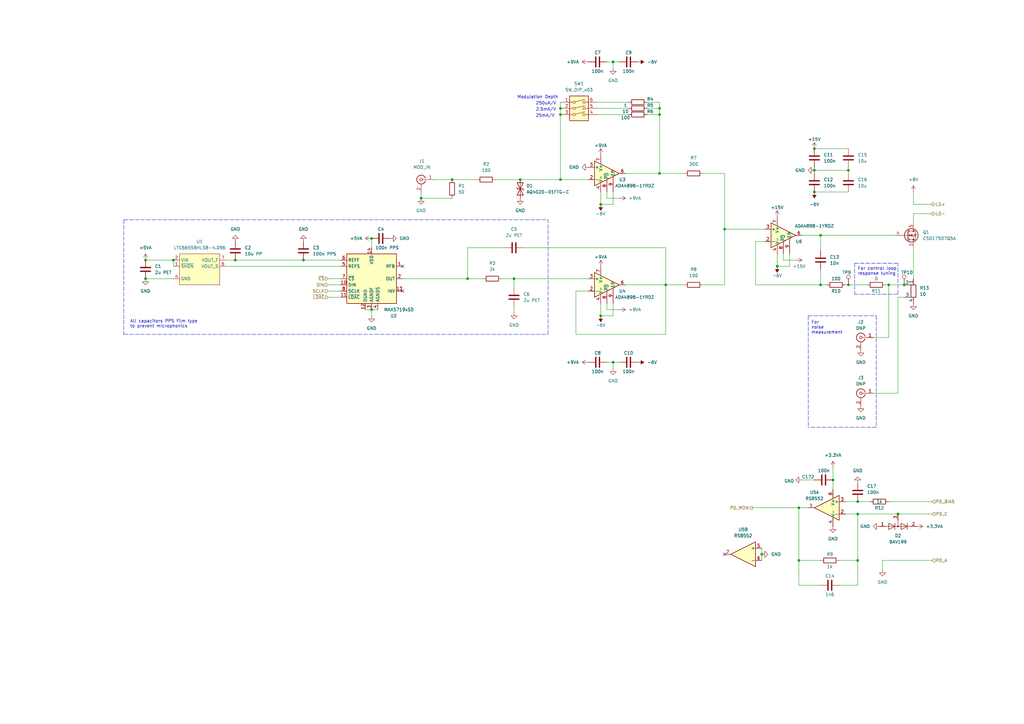
<source format=kicad_sch>
(kicad_sch (version 20211123) (generator eeschema)
  (paper "A3")
  (title_block (title "Kirdy") (date "2022-07-03") (rev "r0.1") (company "M-Labs") (comment 1 "Alex Wong Tat Hang"))
  (lib_symbols
    (symbol "Amplifier_Operational:ADA4898-1YRDZ" (pin_names (offset 0.127))
      (property "Reference" "U" (at 3.81 3.81 0))
      (property "Value" "ADA4898-1YRDZ" (at 11.43 -2.54 0))
      (symbol "ADA4898-1YRDZ_1_1"
        (polyline (pts (xy -5.08 5.08) (xy 5.08 0) (xy -5.08 -5.08) (xy -5.08 5.08)) (stroke (width 0.254)) (fill (type background)))
        (pin input line (at -7.62 -2.54 0) (length 2.54) (name "-") (number "2"))
        (pin input line (at -7.62 2.54 0) (length 2.54) (name "+") (number "3"))
        (pin power_in line (at -2.54 -7.62 90) (length 3.81) (name "V-") (number "4"))
        (pin output line (at 7.62 0 180) (length 2.54) (name "~") (number "6"))
        (pin power_in line (at -2.54 7.62 270) (length 3.81) (name "V+") (number "7"))
        (pin input line (at 0 -7.62 90) (length 5.08) (name "~{PD}") (number "8"))
        (pin passive line (at 2.54 -7.62 90) (length 6.35) (name "EP") (number "9"))
      )
    )
    (symbol "Analog_DAC:MAX5719xSD"
      (property "Reference" "U" (at -10.16 11.43 0))
      (property "Value" "MAX5719xSD" (at 1.27 11.43 0))
      (symbol "MAX5719xSD_0_1"
        (rectangle (start -10.16 10.16) (end 10.16 -10.16) (stroke (width 0.254)) (fill (type background)))
      )
      (symbol "MAX5719xSD_1_1"
        (pin passive line (at 12.7 5.08 180) (length 2.54) (name "RFB") (number "1"))
        (pin input line (at -12.7 -2.54 0) (length 2.54) (name "DIN") (number "10"))
        (pin input line (at -12.7 -7.62 0) (length 2.54) (name "~{LDAC}") (number "11"))
        (pin power_in line (at -2.54 -12.7 90) (length 2.54) (name "DGND") (number "12"))
        (pin passive line (at 12.7 -5.08 180) (length 2.54) (name "INV") (number "13"))
        (pin power_in line (at 0 12.7 270) (length 2.54) (name "VDD") (number "14"))
        (pin output line (at 12.7 0 180) (length 2.54) (name "OUT") (number "2"))
        (pin power_in line (at 0 -12.7 90) (length 2.54) (name "AGNDF") (number "3"))
        (pin power_in line (at 2.54 -12.7 90) (length 2.54) (name "AGNDS") (number "4"))
        (pin input line (at -12.7 5.08 0) (length 2.54) (name "REFS") (number "5"))
        (pin input line (at -12.7 7.62 0) (length 2.54) (name "REFF") (number "6"))
        (pin input line (at -12.7 0 0) (length 2.54) (name "~{CS}") (number "7"))
        (pin input line (at -12.7 -5.08 0) (length 2.54) (name "SCLK") (number "8"))
        (pin no_connect line (at 10.16 -7.62 180) (length 2.54) hide (name "NC") (number "9"))
      )
    )
    (symbol "Connector:Conn_Coaxial" (pin_names (offset 1.016) hide)
      (property "Reference" "J" (at 0.254 3.048 0))
      (property "Value" "Conn_Coaxial" (at 2.921 0 90))
      (symbol "Conn_Coaxial_0_1"
        (arc (start -1.778 -0.508) (mid 0.222 -1.808) (end 1.778 0) (stroke (width 0.254)))
        (polyline (pts (xy -2.54 0) (xy -0.508 0)))
        (polyline (pts (xy 0 -2.54) (xy 0 -1.778)))
        (circle (center 0 0) (radius 0.508) (stroke (width 0.2032)))
        (arc (start 1.778 0) (mid 0.222 1.8083) (end -1.778 0.508) (stroke (width 0.254)))
      )
      (symbol "Conn_Coaxial_1_1"
        (pin passive line (at -5.08 0 0) (length 2.54) (name "In") (number "1"))
        (pin passive line (at 0 -5.08 90) (length 2.54) (name "Ext") (number "2"))
      )
    )
    (symbol "Connector:TestPoint" (pin_numbers hide) (pin_names (offset 0.762) hide)
      (property "Reference" "TP" (at 0 6.858 0))
      (property "Value" "TestPoint" (at 0 5.08 0))
      (symbol "TestPoint_0_1"
        (circle (center 0 3.302) (radius 0.762))
      )
      (symbol "TestPoint_1_1"
        (pin passive line (at 0 0 90) (length 2.54) (name "1") (number "1"))
      )
    )
    (symbol "Device:C" (pin_numbers hide) (pin_names (offset 0.254))
      (property "Reference" "C" (at 0.635 2.54 0))
      (property "Value" "C" (at 0.635 -2.54 0))
      (symbol "C_0_1"
        (polyline (pts (xy -2.032 -0.762) (xy 2.032 -0.762)) (stroke (width 0.508)))
        (polyline (pts (xy -2.032 0.762) (xy 2.032 0.762)) (stroke (width 0.508)))
      )
      (symbol "C_1_1"
        (pin passive line (at 0 3.81 270) (length 2.794) (name "~") (number "1"))
        (pin passive line (at 0 -3.81 90) (length 2.794) (name "~") (number "2"))
      )
    )
    (symbol "Device:D_TVS" (pin_numbers hide) (pin_names (offset 1.016) hide)
      (property "Reference" "D" (at 0 2.54 0))
      (property "Value" "D_TVS" (at 0 -2.54 0))
      (symbol "D_TVS_0_1"
        (polyline (pts (xy 1.27 0) (xy -1.27 0)))
        (polyline (pts (xy 0.508 1.27) (xy 0 1.27) (xy 0 -1.27) (xy -0.508 -1.27)) (stroke (width 0.254)))
        (polyline (pts (xy -2.54 1.27) (xy -2.54 -1.27) (xy 2.54 1.27) (xy 2.54 -1.27) (xy -2.54 1.27)) (stroke (width 0.254)))
      )
      (symbol "D_TVS_1_1"
        (pin passive line (at -3.81 0 0) (length 2.54) (name "A1") (number "1"))
        (pin passive line (at 3.81 0 180) (length 2.54) (name "A2") (number "2"))
      )
    )
    (symbol "Device:R" (pin_numbers hide) (pin_names (offset 0))
      (property "Reference" "R" (at 2.032 0 90))
      (property "Value" "R" (at 0 0 90))
      (symbol "R_0_1"
        (rectangle (start -1.016 -2.54) (end 1.016 2.54) (stroke (width 0.254)))
      )
      (symbol "R_1_1"
        (pin passive line (at 0 3.81 270) (length 1.27) (name "~") (number "1"))
        (pin passive line (at 0 -3.81 90) (length 1.27) (name "~") (number "2"))
      )
    )
    (symbol "Device:R_Shunt" (pin_numbers hide) (pin_names (offset 0))
      (property "Reference" "R" (at -4.445 0 90))
      (property "Value" "R_Shunt" (at -2.54 0 90))
      (symbol "R_Shunt_0_1"
        (rectangle (start -1.016 -2.54) (end 1.016 2.54) (stroke (width 0.254)))
        (polyline (pts (xy 0 -2.54) (xy 1.27 -2.54)))
        (polyline (pts (xy 1.27 2.54) (xy 0 2.54)))
      )
      (symbol "R_Shunt_1_1"
        (pin passive line (at 0 5.08 270) (length 2.54) (name "1") (number "1"))
        (pin passive line (at 3.81 2.54 180) (length 2.54) (name "2") (number "2"))
        (pin passive line (at 3.81 -2.54 180) (length 2.54) (name "3") (number "3"))
        (pin passive line (at 0 -5.08 90) (length 2.54) (name "4") (number "4"))
      )
    )
    (symbol "Diode:BAV99" (pin_names hide)
      (property "Reference" "D" (at 0 5.08 0))
      (property "Value" "BAV99" (at 0 2.54 0))
      (symbol "BAV99_0_1"
        (polyline (pts (xy -5.08 0) (xy 5.08 0)))
      )
      (symbol "BAV99_1_1"
        (polyline (pts (xy 0 0) (xy 0 -2.54)))
        (polyline (pts (xy -1.27 -1.27) (xy -1.27 1.27) (xy -1.27 1.27)) (stroke (width 0.2032)))
        (polyline (pts (xy 3.81 1.27) (xy 3.81 -1.27) (xy 3.81 -1.27)) (stroke (width 0.2032)))
        (polyline (pts (xy -3.81 1.27) (xy -1.27 0) (xy -3.81 -1.27) (xy -3.81 1.27) (xy -3.81 1.27) (xy -3.81 1.27)) (stroke (width 0.2032)))
        (polyline (pts (xy 1.27 1.27) (xy 3.81 0) (xy 1.27 -1.27) (xy 1.27 1.27) (xy 1.27 1.27) (xy 1.27 1.27)) (stroke (width 0.2032)))
        (circle (center 0 0) (radius 0.254) (fill (type outline)))
        (pin passive line (at -7.62 0 0) (length 2.54) (name "K") (number "1"))
        (pin passive line (at 7.62 0 180) (length 2.54) (name "A") (number "2"))
        (pin passive line (at 0 -5.08 90) (length 2.54) (name "K") (number "3"))
      )
    )
    (symbol "Switch:SW_DIP_x03" (pin_names (offset 0) hide)
      (property "Reference" "SW" (at 0 8.89 0))
      (property "Value" "SW_DIP_x03" (at 0 -3.81 0))
      (symbol "SW_DIP_x03_0_0"
        (circle (center -2.032 0) (radius 0.508))
        (circle (center -2.032 2.54) (radius 0.508))
        (circle (center -2.032 5.08) (radius 0.508))
        (polyline (pts (xy -1.524 0.127) (xy 2.3622 1.1684)))
        (polyline (pts (xy -1.524 2.667) (xy 2.3622 3.7084)))
        (polyline (pts (xy -1.524 5.207) (xy 2.3622 6.2484)))
        (circle (center 2.032 0) (radius 0.508))
        (circle (center 2.032 2.54) (radius 0.508))
        (circle (center 2.032 5.08) (radius 0.508))
      )
      (symbol "SW_DIP_x03_0_1"
        (rectangle (start -3.81 7.62) (end 3.81 -2.54) (stroke (width 0.254)) (fill (type background)))
      )
      (symbol "SW_DIP_x03_1_1"
        (pin passive line (at -7.62 5.08 0) (length 5.08) (name "~") (number "1"))
        (pin passive line (at -7.62 2.54 0) (length 5.08) (name "~") (number "2"))
        (pin passive line (at -7.62 0 0) (length 5.08) (name "~") (number "3"))
        (pin passive line (at 7.62 0 180) (length 5.08) (name "~") (number "4"))
        (pin passive line (at 7.62 2.54 180) (length 5.08) (name "~") (number "5"))
        (pin passive line (at 7.62 5.08 180) (length 5.08) (name "~") (number "6"))
      )
    )
    (symbol "Transistor_FET:CSD17507Q5A" (pin_names hide)
      (property "Reference" "Q" (at 5.08 1.905 0))
      (property "Value" "CSD17507Q5A" (at 5.08 0 0))
      (symbol "CSD17507Q5A_0_1"
        (polyline (pts (xy 0.254 0) (xy -2.54 0)))
        (polyline (pts (xy 0.254 1.905) (xy 0.254 -1.905)) (stroke (width 0.254)))
        (polyline (pts (xy 0.762 -1.27) (xy 0.762 -2.286)) (stroke (width 0.254)))
        (polyline (pts (xy 0.762 0.508) (xy 0.762 -0.508)) (stroke (width 0.254)))
        (polyline (pts (xy 0.762 2.286) (xy 0.762 1.27)) (stroke (width 0.254)))
        (polyline (pts (xy 2.54 2.54) (xy 2.54 1.778)))
        (polyline (pts (xy 2.54 -2.54) (xy 2.54 0) (xy 0.762 0)))
        (polyline (pts (xy 0.762 -1.778) (xy 3.302 -1.778) (xy 3.302 1.778) (xy 0.762 1.778)))
        (polyline (pts (xy 1.016 0) (xy 2.032 0.381) (xy 2.032 -0.381) (xy 1.016 0)) (fill (type outline)))
        (polyline (pts (xy 2.794 0.508) (xy 2.921 0.381) (xy 3.683 0.381) (xy 3.81 0.254)))
        (polyline (pts (xy 3.302 0.381) (xy 2.921 -0.254) (xy 3.683 -0.254) (xy 3.302 0.381)))
        (circle (center 1.651 0) (radius 2.794) (stroke (width 0.254)))
        (circle (center 2.54 -1.778) (radius 0.254) (fill (type outline)))
        (circle (center 2.54 1.778) (radius 0.254) (fill (type outline)))
      )
      (symbol "CSD17507Q5A_1_1"
        (pin passive line (at 2.54 -5.08 90) (length 2.54) (name "S") (number "1"))
        (pin passive line (at 2.54 -5.08 90) (length 2.54) hide (name "S") (number "2"))
        (pin passive line (at 2.54 -5.08 90) (length 2.54) hide (name "S") (number "3"))
        (pin passive line (at -5.08 0 0) (length 2.54) (name "G") (number "4"))
        (pin passive line (at 2.54 5.08 270) (length 2.54) (name "D") (number "5"))
      )
    )
    (symbol "kirdy:LTC6655"
      (property "Reference" "U" (at 0 -10.16 0))
      (property "Value" "LTC6655" (at 0 -7.62 0))
      (symbol "LTC6655_0_0"
        (pin input line (at -10.16 2.54 0) (length 2.54) (name "~{SHDN}") (number "1"))
        (pin power_in line (at -10.16 5.08 0) (length 2.54) (name "VIN") (number "2"))
        (pin power_in line (at -10.16 -2.54 0) (length 2.54) hide (name "GND") (number "3"))
        (pin power_in line (at -10.16 -2.54 0) (length 2.54) (name "GND") (number "4"))
        (pin power_in line (at -10.16 -2.54 0) (length 2.54) hide (name "GND") (number "5"))
        (pin passive line (at 11.43 2.54 180) (length 2.54) (name "VOUT_S") (number "6"))
        (pin output line (at 11.43 5.08 180) (length 2.54) (name "VOUT_F") (number "7"))
        (pin power_in line (at -10.16 -2.54 0) (length 2.54) hide (name "GND") (number "8"))
      )
      (symbol "LTC6655_0_1"
        (rectangle (start -7.62 7.62) (end 8.89 -5.08) (fill (type background)))
      )
    )
    (symbol "kirdy:RS8552" (pin_names (offset 0.127))
      (property "Reference" "U" (at 0 5.08 0))
      (property "Value" "RS8552" (at 0 -5.08 0))
      (symbol "RS8552_1_1"
        (polyline (pts (xy -5.08 5.08) (xy 5.08 0) (xy -5.08 -5.08) (xy -5.08 5.08)) (stroke (width 0.254)) (fill (type background)))
        (pin output line (at 7.62 0 180) (length 2.54) (name "~") (number "1"))
        (pin input line (at -7.62 -2.54 0) (length 2.54) (name "-") (number "2"))
        (pin input line (at -7.62 2.54 0) (length 2.54) (name "+") (number "3"))
      )
      (symbol "RS8552_2_1"
        (polyline (pts (xy -5.08 5.08) (xy 5.08 0) (xy -5.08 -5.08) (xy -5.08 5.08)) (stroke (width 0.254)) (fill (type background)))
        (pin input line (at -7.62 2.54 0) (length 2.54) (name "+") (number "5"))
        (pin input line (at -7.62 -2.54 0) (length 2.54) (name "-") (number "6"))
        (pin output line (at 7.62 0 180) (length 2.54) (name "~") (number "7"))
      )
      (symbol "RS8552_3_1"
        (pin power_in line (at -2.54 -7.62 90) (length 3.81) (name "V-") (number "4"))
        (pin power_in line (at -2.54 7.62 270) (length 3.81) (name "V+") (number "8"))
      )
    )
    (symbol "power:+15V" (power) (pin_names (offset 0))
      (property "Value" "+15V" (at 0 3.556 0))
      (symbol "+15V_0_1"
        (polyline (pts (xy -0.762 1.27) (xy 0 2.54)))
        (polyline (pts (xy 0 0) (xy 0 2.54)))
        (polyline (pts (xy 0 2.54) (xy 0.762 1.27)))
      )
      (symbol "+15V_1_1"
        (pin power_in line (at 0 0 90) (length 0) hide (name "+15V") (number "1"))
      )
    )
    (symbol "power:+3.3VA" (power) (pin_names (offset 0))
      (property "Value" "+3.3VA" (at 0 3.556 0))
      (symbol "+3.3VA_0_1"
        (polyline (pts (xy -0.762 1.27) (xy 0 2.54)))
        (polyline (pts (xy 0 0) (xy 0 2.54)))
        (polyline (pts (xy 0 2.54) (xy 0.762 1.27)))
      )
      (symbol "+3.3VA_1_1"
        (pin power_in line (at 0 0 90) (length 0) hide (name "+3.3VA") (number "1"))
      )
    )
    (symbol "power:+5VA" (power) (pin_names (offset 0))
      (property "Value" "+5VA" (at 0 3.556 0))
      (symbol "+5VA_0_1"
        (polyline (pts (xy -0.762 1.27) (xy 0 2.54)))
        (polyline (pts (xy 0 0) (xy 0 2.54)))
        (polyline (pts (xy 0 2.54) (xy 0.762 1.27)))
      )
      (symbol "+5VA_1_1"
        (pin power_in line (at 0 0 90) (length 0) hide (name "+5VA") (number "1"))
      )
    )
    (symbol "power:+8V" (power) (pin_names (offset 0))
      (property "Value" "+8V" (at 0 3.556 0))
      (symbol "+8V_0_1"
        (polyline (pts (xy -0.762 1.27) (xy 0 2.54)))
        (polyline (pts (xy 0 0) (xy 0 2.54)))
        (polyline (pts (xy 0 2.54) (xy 0.762 1.27)))
      )
      (symbol "+8V_1_1"
        (pin power_in line (at 0 0 90) (length 0) hide (name "+8V") (number "1"))
      )
    )
    (symbol "power:+9VA" (power) (pin_names (offset 0))
      (property "Value" "+9VA" (at 0 3.81 0))
      (symbol "+9VA_0_1"
        (polyline (pts (xy -0.762 1.27) (xy 0 2.54)))
        (polyline (pts (xy 0 0) (xy 0 2.54)))
        (polyline (pts (xy 0 2.54) (xy 0.762 1.27)))
      )
      (symbol "+9VA_1_1"
        (pin power_in line (at 0 0 90) (length 0) hide (name "+9VA") (number "1"))
      )
    )
    (symbol "power:-6V" (power) (pin_names (offset 0))
      (property "Value" "-6V" (at 0 3.81 0))
      (symbol "-6V_0_0"
        (pin power_in line (at 0 0 90) (length 0) hide (name "-6V") (number "1"))
      )
      (symbol "-6V_0_1"
        (polyline (pts (xy 0 0) (xy 0 1.27) (xy 0.762 1.27) (xy 0 2.54) (xy -0.762 1.27) (xy 0 1.27)) (fill (type outline)))
      )
    )
    (symbol "power:GND" (power) (pin_names (offset 0))
      (property "Value" "GND" (at 0 -3.81 0))
      (symbol "GND_0_1"
        (polyline (pts (xy 0 0) (xy 0 -1.27) (xy 1.27 -1.27) (xy 0 -2.54) (xy -1.27 -1.27) (xy 0 -1.27)))
      )
      (symbol "GND_1_1"
        (pin power_in line (at 0 0 270) (length 0) hide (name "GND") (number "1"))
      )
    )
  )
  (junction (at 229.87 46.99))
  (junction (at 270.51 71.12))
  (junction (at 318.77 109.22))
  (junction (at 229.87 44.45))
  (junction (at 370.84 116.84))
  (junction (at 334.01 69.85))
  (junction (at 351.79 205.74))
  (junction (at 152.4 97.79))
  (junction (at 336.55 96.52))
  (junction (at 347.98 116.84))
  (junction (at 251.46 25.4))
  (junction (at 213.36 73.66))
  (junction (at 351.79 229.87))
  (junction (at 364.49 116.84))
  (junction (at 251.46 148.59))
  (junction (at 334.01 60.96))
  (junction (at 185.42 73.66))
  (junction (at 246.38 129.54))
  (junction (at 273.05 116.84))
  (junction (at 246.38 83.82))
  (junction (at 336.55 116.84))
  (junction (at 191.77 114.3))
  (junction (at 327.66 208.28))
  (junction (at 312.42 227.33))
  (junction (at 351.79 210.82))
  (junction (at 210.82 114.3))
  (junction (at 96.52 106.68))
  (junction (at 347.98 69.85))
  (junction (at 71.12 106.68))
  (junction (at 334.01 78.74))
  (junction (at 270.51 46.99))
  (junction (at 124.46 106.68))
  (junction (at 368.3 210.82))
  (junction (at 59.69 114.3))
  (junction (at 327.66 229.87))
  (junction (at 341.63 196.85))
  (junction (at 152.4 127))
  (junction (at 270.51 44.45))
  (junction (at 172.72 81.28))
  (junction (at 59.69 106.68))
  (junction (at 229.87 73.66))
  (junction (at 297.18 93.98))
  (no_connect (at 165.1 119.38))
  (no_connect (at 297.18 227.33))
  (no_connect (at 165.1 109.22))
  (wire (pts (xy 210.82 125.73) (xy 210.82 128.27)))
  (wire (pts (xy 134.62 114.3) (xy 139.7 114.3)))
  (polyline (pts (xy 331.47 129.54) (xy 331.47 175.26)))
  (wire (pts (xy 308.61 208.28) (xy 327.66 208.28)))
  (wire (pts (xy 71.12 106.68) (xy 71.12 109.22)))
  (wire (pts (xy 172.72 81.28) (xy 185.42 81.28)))
  (wire (pts (xy 273.05 116.84) (xy 280.67 116.84)))
  (wire (pts (xy 368.3 210.82) (xy 382.27 210.82)))
  (wire (pts (xy 364.49 116.84) (xy 370.84 116.84)))
  (wire (pts (xy 344.17 229.87) (xy 351.79 229.87)))
  (wire (pts (xy 351.79 229.87) (xy 351.79 210.82)))
  (wire (pts (xy 334.01 69.85) (xy 334.01 71.12)))
  (wire (pts (xy 374.65 91.44) (xy 374.65 87.63)))
  (wire (pts (xy 214.63 101.6) (xy 273.05 101.6)))
  (wire (pts (xy 172.72 81.28) (xy 172.72 78.74)))
  (wire (pts (xy 336.55 96.52) (xy 336.55 102.87)))
  (wire (pts (xy 328.93 96.52) (xy 336.55 96.52)))
  (wire (pts (xy 248.92 127) (xy 254 127)))
  (wire (pts (xy 213.36 73.66) (xy 229.87 73.66)))
  (wire (pts (xy 288.29 116.84) (xy 297.18 116.84)))
  (wire (pts (xy 185.42 73.66) (xy 195.58 73.66)))
  (wire (pts (xy 347.98 116.84) (xy 355.6 116.84)))
  (wire (pts (xy 177.8 73.66) (xy 185.42 73.66)))
  (polyline (pts (xy 350.52 120.65) (xy 368.3 120.65)))
  (wire (pts (xy 134.62 119.38) (xy 139.7 119.38)))
  (wire (pts (xy 270.51 41.91) (xy 270.51 44.45)))
  (wire (pts (xy 270.51 46.99) (xy 270.51 71.12)))
  (wire (pts (xy 203.2 73.66) (xy 213.36 73.66)))
  (wire (pts (xy 358.14 138.43) (xy 364.49 138.43)))
  (wire (pts (xy 361.95 229.87) (xy 382.27 229.87)))
  (wire (pts (xy 368.3 161.29) (xy 358.14 161.29)))
  (wire (pts (xy 321.31 106.68) (xy 326.39 106.68)))
  (polyline (pts (xy 350.52 107.95) (xy 368.3 107.95)))
  (wire (pts (xy 368.3 121.92) (xy 368.3 161.29)))
  (wire (pts (xy 327.66 229.87) (xy 327.66 208.28)))
  (wire (pts (xy 96.52 106.68) (xy 124.46 106.68)))
  (wire (pts (xy 270.51 71.12) (xy 280.67 71.12)))
  (wire (pts (xy 251.46 25.4) (xy 251.46 27.94)))
  (wire (pts (xy 265.43 46.99) (xy 270.51 46.99)))
  (polyline (pts (xy 331.47 129.54) (xy 359.41 129.54)))
  (wire (pts (xy 210.82 114.3) (xy 241.3 114.3)))
  (wire (pts (xy 256.54 116.84) (xy 273.05 116.84)))
  (wire (pts (xy 205.74 114.3) (xy 210.82 114.3)))
  (wire (pts (xy 245.11 46.99) (xy 257.81 46.99)))
  (wire (pts (xy 273.05 137.16) (xy 273.05 116.84)))
  (wire (pts (xy 336.55 240.03) (xy 327.66 240.03)))
  (wire (pts (xy 374.65 87.63) (xy 382.27 87.63)))
  (wire (pts (xy 92.71 109.22) (xy 139.7 109.22)))
  (wire (pts (xy 347.98 69.85) (xy 334.01 69.85)))
  (wire (pts (xy 251.46 25.4) (xy 254 25.4)))
  (wire (pts (xy 236.22 119.38) (xy 236.22 137.16)))
  (wire (pts (xy 251.46 83.82) (xy 251.46 78.74)))
  (wire (pts (xy 246.38 78.74) (xy 246.38 83.82)))
  (wire (pts (xy 251.46 129.54) (xy 251.46 124.46)))
  (wire (pts (xy 191.77 101.6) (xy 191.77 114.3)))
  (wire (pts (xy 134.62 121.92) (xy 139.7 121.92)))
  (wire (pts (xy 207.01 101.6) (xy 191.77 101.6)))
  (polyline (pts (xy 50.8 90.17) (xy 224.79 90.17)))
  (wire (pts (xy 256.54 71.12) (xy 270.51 71.12)))
  (wire (pts (xy 265.43 41.91) (xy 270.51 41.91)))
  (wire (pts (xy 361.95 233.68) (xy 361.95 229.87)))
  (wire (pts (xy 251.46 148.59) (xy 254 148.59)))
  (wire (pts (xy 297.18 93.98) (xy 313.69 93.98)))
  (wire (pts (xy 248.92 78.74) (xy 248.92 81.28)))
  (wire (pts (xy 246.38 83.82) (xy 251.46 83.82)))
  (wire (pts (xy 248.92 148.59) (xy 251.46 148.59)))
  (wire (pts (xy 297.18 71.12) (xy 297.18 93.98)))
  (wire (pts (xy 318.77 109.22) (xy 323.85 109.22)))
  (wire (pts (xy 248.92 25.4) (xy 251.46 25.4)))
  (polyline (pts (xy 368.3 120.65) (xy 368.3 107.95)))
  (wire (pts (xy 368.3 121.92) (xy 370.84 121.92)))
  (wire (pts (xy 92.71 106.68) (xy 96.52 106.68)))
  (wire (pts (xy 364.49 138.43) (xy 364.49 116.84)))
  (wire (pts (xy 236.22 137.16) (xy 273.05 137.16)))
  (wire (pts (xy 346.71 116.84) (xy 347.98 116.84)))
  (wire (pts (xy 248.92 124.46) (xy 248.92 127)))
  (wire (pts (xy 165.1 114.3) (xy 191.77 114.3)))
  (wire (pts (xy 124.46 106.68) (xy 139.7 106.68)))
  (wire (pts (xy 364.49 205.74) (xy 382.27 205.74)))
  (wire (pts (xy 363.22 116.84) (xy 364.49 116.84)))
  (wire (pts (xy 288.29 71.12) (xy 297.18 71.12)))
  (wire (pts (xy 265.43 44.45) (xy 270.51 44.45)))
  (wire (pts (xy 59.69 106.68) (xy 71.12 106.68)))
  (wire (pts (xy 341.63 191.77) (xy 341.63 196.85)))
  (wire (pts (xy 59.69 114.3) (xy 71.12 114.3)))
  (wire (pts (xy 346.71 205.74) (xy 351.79 205.74)))
  (wire (pts (xy 229.87 41.91) (xy 229.87 44.45)))
  (wire (pts (xy 246.38 129.54) (xy 251.46 129.54)))
  (wire (pts (xy 318.77 104.14) (xy 318.77 109.22)))
  (wire (pts (xy 336.55 96.52) (xy 367.03 96.52)))
  (polyline (pts (xy 359.41 175.26) (xy 331.47 175.26)))
  (polyline (pts (xy 50.8 90.17) (xy 50.8 137.16)))
  (wire (pts (xy 309.88 116.84) (xy 309.88 99.06)))
  (wire (pts (xy 327.66 240.03) (xy 327.66 229.87)))
  (wire (pts (xy 152.4 97.79) (xy 152.4 101.6)))
  (wire (pts (xy 321.31 104.14) (xy 321.31 106.68)))
  (wire (pts (xy 327.66 229.87) (xy 336.55 229.87)))
  (polyline (pts (xy 350.52 107.95) (xy 350.52 120.65)))
  (wire (pts (xy 351.79 205.74) (xy 356.87 205.74)))
  (wire (pts (xy 312.42 224.79) (xy 312.42 227.33)))
  (wire (pts (xy 374.65 83.82) (xy 382.27 83.82)))
  (wire (pts (xy 336.55 116.84) (xy 309.88 116.84)))
  (wire (pts (xy 297.18 116.84) (xy 297.18 93.98)))
  (polyline (pts (xy 359.41 129.54) (xy 359.41 175.26)))
  (wire (pts (xy 229.87 44.45) (xy 229.87 46.99)))
  (wire (pts (xy 149.86 127) (xy 152.4 127)))
  (wire (pts (xy 312.42 227.33) (xy 312.42 229.87)))
  (wire (pts (xy 191.77 114.3) (xy 198.12 114.3)))
  (wire (pts (xy 248.92 81.28) (xy 254 81.28)))
  (polyline (pts (xy 50.8 137.16) (xy 224.79 137.16)))
  (wire (pts (xy 328.93 196.85) (xy 334.01 196.85)))
  (wire (pts (xy 344.17 240.03) (xy 351.79 240.03)))
  (wire (pts (xy 246.38 124.46) (xy 246.38 129.54)))
  (wire (pts (xy 341.63 196.85) (xy 341.63 200.66)))
  (wire (pts (xy 346.71 210.82) (xy 351.79 210.82)))
  (wire (pts (xy 351.79 240.03) (xy 351.79 229.87)))
  (wire (pts (xy 229.87 46.99) (xy 229.87 73.66)))
  (wire (pts (xy 245.11 44.45) (xy 257.81 44.45)))
  (wire (pts (xy 327.66 208.28) (xy 331.47 208.28)))
  (wire (pts (xy 347.98 68.58) (xy 347.98 69.85)))
  (wire (pts (xy 374.65 78.74) (xy 374.65 83.82)))
  (wire (pts (xy 134.62 116.84) (xy 139.7 116.84)))
  (wire (pts (xy 152.4 127) (xy 152.4 129.54)))
  (wire (pts (xy 273.05 101.6) (xy 273.05 116.84)))
  (wire (pts (xy 347.98 69.85) (xy 347.98 71.12)))
  (wire (pts (xy 210.82 114.3) (xy 210.82 118.11)))
  (wire (pts (xy 241.3 119.38) (xy 236.22 119.38)))
  (wire (pts (xy 334.01 68.58) (xy 334.01 69.85)))
  (wire (pts (xy 334.01 60.96) (xy 347.98 60.96)))
  (wire (pts (xy 351.79 210.82) (xy 368.3 210.82)))
  (wire (pts (xy 336.55 116.84) (xy 339.09 116.84)))
  (wire (pts (xy 334.01 78.74) (xy 347.98 78.74)))
  (wire (pts (xy 374.65 101.6) (xy 374.65 114.3)))
  (wire (pts (xy 323.85 109.22) (xy 323.85 104.14)))
  (wire (pts (xy 229.87 73.66) (xy 241.3 73.66)))
  (wire (pts (xy 336.55 110.49) (xy 336.55 116.84)))
  (wire (pts (xy 251.46 148.59) (xy 251.46 151.13)))
  (polyline (pts (xy 224.79 137.16) (xy 224.79 90.17)))
  (wire (pts (xy 245.11 41.91) (xy 257.81 41.91)))
  (wire (pts (xy 270.51 44.45) (xy 270.51 46.99)))
  (wire (pts (xy 152.4 127) (xy 154.94 127)))
  (wire (pts (xy 309.88 99.06) (xy 313.69 99.06)))
  (text "250uA/V" (at 219.71 43.18 0) (effects (font (size 1.27 1.27)) (justify left bottom)))
  (text "All capacitors PPS film type\nto prevent microphonics " (at 53.34 134.62 0) (effects (font (size 1.27 1.27)) (justify left bottom)))
  (text "For\nnoise\nmeasurement" (at 332.74 137.16 0) (effects (font (size 1.27 1.27)) (justify left bottom)))
  (text "2.5mA/V" (at 219.71 45.72 0) (effects (font (size 1.27 1.27)) (justify left bottom)))
  (text "For control loop\nresponse tuning" (at 351.79 113.03 0) (effects (font (size 1.27 1.27)) (justify left bottom)))
  (text "25mA/V" (at 219.71 48.26 0) (effects (font (size 1.27 1.27)) (justify left bottom)))
  (text "Modulation Depth" (at 212.09 40.64 0) (effects (font (size 1.27 1.27)) (justify left bottom)))
  (hierarchical_label "~{LDAC}" (shape input) (at 134.62 121.92 180))
  (hierarchical_label "PD_BIAS" (shape input) (at 382.27 205.74 0))
  (hierarchical_label "LD+" (shape output) (at 382.27 83.82 0))
  (hierarchical_label "SCLK" (shape input) (at 134.62 119.38 180))
  (hierarchical_label "PD_MON" (shape output) (at 308.61 208.28 180))
  (hierarchical_label "PD_C" (shape input) (at 382.27 210.82 0))
  (hierarchical_label "PD_A" (shape input) (at 382.27 229.87 0))
  (hierarchical_label "DIN" (shape input) (at 134.62 116.84 180))
  (hierarchical_label "LD-" (shape output) (at 382.27 87.63 0))
  (hierarchical_label "~{CS}" (shape input) (at 134.62 114.3 180))
  (symbol (lib_id "Connector:TestPoint") (at 370.84 116.84 0) (unit 1)
    (property "Reference" "TP10" (at 369.57 111.76 0) (effects (justify left)))
    (property "Value" "TestPoint" (effects hide))
    (property "Footprint" "TestPoint:TestPoint_Pad_2.0x2.0mm" (effects hide))
  )
  (symbol (lib_id "Device:R") (at 261.62 46.99 90) (unit 1)
    (property "Reference" "R6" (at 266.7 45.72 90))
    (property "Value" "100" (at 256.54 48.26 90))
    (property "Footprint" "Resistor_SMD:R_0603_1608Metric" (effects hide))
    (property "MFR_PN" "WR06X1000FTL" (effects hide))
    (property "MFR_PN_ALT" "RMCF0603FT100R" (effects hide))
  )
  (symbol (lib_id "Device:C") (at 351.79 201.93 0) (unit 1)
    (property "Reference" "C17" (at 355.6 199.39 0) (effects (justify left)))
    (property "Value" "100n" (at 355.6 201.93 0) (effects (justify left)))
    (property "Footprint" "Capacitor_SMD:C_0603_1608Metric" (effects hide))
    (property "MFR_PN" "CL10B104KB8NNWC" (effects hide))
    (property "MFR_PN_ALT" "CL10B104KB8NNNL" (effects hide))
  )
  (symbol (lib_id "Diode:BAV99") (at 368.3 215.9 0) (mirror x) (unit 1)
    (property "Reference" "D2" (at 368.3 219.71 0))
    (property "Value" "BAV199" (at 368.3 222.25 0))
    (property "Footprint" "Package_TO_SOT_SMD:SOT-23" (effects hide))
    (property "Datasheet" "https://assets.nexperia.com/documents/data-sheet/BAV99_SER.pdf" (effects hide))
    (property "MFR_PN" "BAV199W-7" (effects hide))
    (property "MFR_PN_ALT" "BAV199E6327HTSA1" (effects hide))
  )
  (symbol (lib_id "power:GND") (at 328.93 196.85 270) (unit 1)
    (property "Reference" "#PWR0162" (effects hide))
    (property "Value" "GND" (at 325.7551 197.2838 90) (effects (justify right)))
  )
  (symbol (lib_id "power:GND") (at 360.68 215.9 270) (unit 1)
    (property "Reference" "#PWR036" (effects hide))
    (property "Value" "GND" (at 356.87 215.8999 90) (effects (justify right)))
  )
  (symbol (lib_id "Connector:Conn_Coaxial") (at 353.06 161.29 0) (mirror y) (unit 1)
    (property "Reference" "J3" (at 353.06 154.94 0))
    (property "Value" "DNP" (at 353.06 157.48 0))
    (property "Footprint" "Connector_Coaxial:U.FL_Hirose_U.FL-R-SMT-1_Vertical" (effects hide))
    (property "Datasheet" " ~" (effects hide))
    (property "MFR_PN" "U.FL-R-SMT-1(01)" (effects hide))
    (property "MFR_PN_ALT" "U.FL-R-SMT(10)" (effects hide))
  )
  (symbol (lib_id "power:-6V") (at 261.62 25.4 270) (unit 1)
    (property "Reference" "#PWR022" (effects hide))
    (property "Value" "-6V" (at 265.43 25.3999 90) (effects (justify left)))
  )
  (symbol (lib_id "Device:C") (at 210.82 101.6 90) (unit 1)
    (property "Reference" "C5" (at 210.82 93.98 90))
    (property "Value" "2u PET" (at 210.82 96.52 90))
    (property "Footprint" "Capacitor_SMD:C_1812_4532Metric" (effects hide))
    (property "MFR_PN" "35MU225MC14532" (effects hide))
  )
  (symbol (lib_id "power:+15V") (at 334.01 60.96 0) (unit 1)
    (property "Reference" "#PWR028" (effects hide))
    (property "Value" "+15V" (at 334.01 57.15 0))
  )
  (symbol (lib_id "Device:R") (at 359.41 116.84 90) (unit 1)
    (property "Reference" "R11" (at 359.41 119.38 90))
    (property "Value" "0" (at 359.41 114.3 90))
    (property "Footprint" "Resistor_SMD:R_0603_1608Metric" (effects hide))
    (property "MFR_PN" "RMCF0603ZT0R00" (effects hide))
    (property "MFR_PN_ALT" "CR0603-J/-000ELF" (effects hide))
  )
  (symbol (lib_id "power:-6V") (at 261.62 148.59 270) (unit 1)
    (property "Reference" "#PWR023" (effects hide))
    (property "Value" "-6V" (at 265.43 148.5899 90) (effects (justify left)))
  )
  (symbol (lib_id "Device:C") (at 257.81 25.4 90) (unit 1)
    (property "Reference" "C9" (at 257.81 21.59 90))
    (property "Value" "100n" (at 257.81 29.21 90))
    (property "Footprint" "Capacitor_SMD:C_0603_1608Metric" (effects hide))
    (property "MFR_PN" "CL10B104KB8NNWC" (effects hide))
    (property "MFR_PN_ALT" "CL10B104KB8NNNL" (effects hide))
  )
  (symbol (lib_id "power:GND") (at 351.79 198.12 180) (unit 1)
    (property "Reference" "#PWR033" (effects hide))
    (property "Value" "GND" (at 351.79 193.04 0))
  )
  (symbol (lib_id "power:+5VA") (at 59.69 106.68 0) (unit 1)
    (property "Reference" "#PWR01" (effects hide))
    (property "Value" "+5VA" (at 59.69 101.6 0))
  )
  (symbol (lib_id "Device:C") (at 347.98 74.93 0) (unit 1)
    (property "Reference" "C16" (at 351.79 73.6599 0) (effects (justify left)))
    (property "Value" "10u" (at 351.79 76.1999 0) (effects (justify left)))
    (property "Footprint" "Capacitor_SMD:C_0805_2012Metric" (effects hide))
    (property "MFR_PN" "CL21B106KOQNNNG" (effects hide))
    (property "MFR_PN_ALT" "CL21B106KOQNNNE" (effects hide))
  )
  (symbol (lib_id "Device:C") (at 96.52 102.87 0) (unit 1)
    (property "Reference" "C2" (at 100.33 101.5999 0) (effects (justify left)))
    (property "Value" "10u PP" (at 100.33 104.1399 0) (effects (justify left)))
    (property "Footprint" "Capacitor_SMD:C_1812_4532Metric" (effects hide))
    (property "MFR_PN" "16MU106MC44532" (effects hide))
  )
  (symbol (lib_id "Connector:TestPoint") (at 347.98 116.84 0) (unit 1)
    (property "Reference" "TP9" (at 345.44 111.76 0) (effects (justify left)))
    (property "Value" "TestPoint" (effects hide))
    (property "Footprint" "TestPoint:TestPoint_Pad_2.0x2.0mm" (effects hide))
  )
  (symbol (lib_id "Device:R") (at 342.9 116.84 90) (unit 1)
    (property "Reference" "R10" (at 342.9 119.38 90))
    (property "Value" "100" (at 342.9 114.3 90))
    (property "Footprint" "Resistor_SMD:R_0603_1608Metric" (effects hide))
    (property "MFR_PN" "WR06X1000FTL" (effects hide))
    (property "MFR_PN_ALT" "RMCF0603FT100R" (effects hide))
  )
  (symbol (lib_id "power:GND") (at 152.4 129.54 0) (unit 1)
    (property "Reference" "#PWR06" (effects hide))
    (property "Value" "GND" (at 152.4 134.62 0))
  )
  (symbol (lib_id "Amplifier_Operational:ADA4898-1YRDZ") (at 321.31 96.52 0) (unit 1)
    (property "Reference" "U6" (at 327.66 99.06 0))
    (property "Value" "ADA4898-1YRDZ" (at 334.01 92.71 0))
    (property "Footprint" "Package_SO:SOIC-8-1EP_3.9x4.9mm_P1.27mm_EP2.29x3mm" (effects hide))
    (property "Datasheet" "https://www.analog.com/media/en/technical-documentation/data-sheets/ada4898-1_4898-2.pdf" (effects hide))
    (property "MFR_PN" "ADA4898-1YRDZ" (effects hide))
  )
  (symbol (lib_id "Device:C") (at 336.55 106.68 0) (unit 1)
    (property "Reference" "C13" (at 340.36 105.4099 0) (effects (justify left)))
    (property "Value" "10n" (at 340.36 107.9499 0) (effects (justify left)))
    (property "Footprint" "Capacitor_SMD:C_0603_1608Metric" (effects hide))
    (property "MFR_PN" "0603B103K500CT" (effects hide))
    (property "MFR_PN_ALT" "CL10B103KB8NNNC" (effects hide))
  )
  (symbol (lib_id "Device:R") (at 284.48 116.84 90) (unit 1)
    (property "Reference" "R8" (at 284.48 110.49 90))
    (property "Value" "100" (at 284.48 113.03 90))
    (property "Footprint" "Resistor_SMD:R_0603_1608Metric" (effects hide))
    (property "MFR_PN" "RT0603FRE07300RL" (effects hide))
    (property "MFR_PN_ALT" "RC0603FR-10300RL" (effects hide))
  )
  (symbol (lib_id "power:GND") (at 160.02 97.79 90) (unit 1)
    (property "Reference" "#PWR07" (effects hide))
    (property "Value" "GND" (at 163.83 97.7899 90) (effects (justify right)))
  )
  (symbol (lib_id "power:GND") (at 59.69 114.3 0) (unit 1)
    (property "Reference" "#PWR02" (effects hide))
    (property "Value" "GND" (at 59.69 119.38 0))
  )
  (symbol (lib_id "kirdy:RS8552") (at 304.8 227.33 0) (mirror y) (unit 2)
    (property "Reference" "U5" (at 304.8 217.17 0))
    (property "Value" "RS8552" (at 304.8 219.71 0))
    (property "Footprint" "Package_SO:SOIC-8_3.9x4.9mm_P1.27mm" (effects hide))
    (property "Datasheet" "https://datasheet.lcsc.com/lcsc/2010160333_Jiangsu-RUNIC-Tech-RS8554XP_C236997.pdf" (effects hide))
    (property "MFR_PN" "RS8552XK" (effects hide))
  )
  (symbol (lib_id "kirdy:RS8552") (at 339.09 208.28 0) (mirror y) (unit 1)
    (property "Reference" "U5" (at 334.01 201.93 0))
    (property "Value" "RS8552" (at 334.01 204.47 0))
    (property "Footprint" "Package_SO:SOIC-8_3.9x4.9mm_P1.27mm" (effects hide))
    (property "Datasheet" "https://datasheet.lcsc.com/lcsc/2010160333_Jiangsu-RUNIC-Tech-RS8554XP_C236997.pdf" (effects hide))
    (property "MFR_PN" "RS8552XK" (effects hide))
  )
  (symbol (lib_id "power:GND") (at 96.52 99.06 180) (unit 1)
    (property "Reference" "#PWR03" (effects hide))
    (property "Value" "GND" (at 96.52 93.98 0))
  )
  (symbol (lib_id "Device:C") (at 340.36 240.03 90) (unit 1)
    (property "Reference" "C14" (at 340.36 236.22 90))
    (property "Value" "1n6" (at 340.36 243.84 90))
    (property "Footprint" "Capacitor_SMD:C_0603_1608Metric" (effects hide))
    (property "MFR_PN" "GCM1885C1H162FA16D" (effects hide))
    (property "MFR_PN_ALT" "C0603C162J5GAC7867" (effects hide))
  )
  (symbol (lib_id "Device:R") (at 360.68 205.74 90) (unit 1)
    (property "Reference" "R12" (at 360.68 208.28 90))
    (property "Value" "1k" (at 360.68 205.74 90))
    (property "Footprint" "Resistor_SMD:R_0603_1608Metric" (effects hide))
    (property "MFR_PN" "RNCP0603FTD1K00" (effects hide))
    (property "MFR_PN_ALT" "WR06X1001FTL" (effects hide))
  )
  (symbol (lib_id "Switch:SW_DIP_x03") (at 237.49 46.99 0) (unit 1)
    (property "Reference" "SW1" (at 237.49 34.29 0))
    (property "Value" "SW_DIP_x03" (at 237.49 36.83 0))
    (property "Footprint" "Button_Switch_SMD:SW_DIP_SPSTx03_Slide_Omron_A6S-310x_W8.9mm_P2.54mm" (effects hide))
    (property "MFR_PN" "A6SN-3104" (effects hide))
    (property "MFR_PN_ALT" "A6S-3102" (effects hide))
  )
  (symbol (lib_id "Amplifier_Operational:ADA4898-1YRDZ") (at 248.92 116.84 0) (unit 1)
    (property "Reference" "U4" (at 255.27 119.38 0))
    (property "Value" "ADA4898-1YRDZ" (at 260.35 121.92 0))
    (property "Footprint" "Package_SO:SOIC-8-1EP_3.9x4.9mm_P1.27mm_EP2.29x3mm" (effects hide))
    (property "Datasheet" "https://www.analog.com/media/en/technical-documentation/data-sheets/ada4898-1_4898-2.pdf" (effects hide))
    (property "MFR_PN" "ADA4898-1YRDZ" (effects hide))
  )
  (symbol (lib_id "power:GND") (at 341.63 215.9 0) (unit 1)
    (property "Reference" "#PWR032" (effects hide))
    (property "Value" "GND" (at 341.63 220.98 0))
  )
  (symbol (lib_id "power:GND") (at 334.01 69.85 270) (unit 1)
    (property "Reference" "#PWR029" (effects hide))
    (property "Value" "GND" (at 330.2 69.8499 90) (effects (justify right)))
  )
  (symbol (lib_id "power:GND") (at 353.06 166.37 0) (unit 1)
    (property "Reference" "#PWR035" (effects hide))
    (property "Value" "GND" (at 353.06 171.45 0))
  )
  (symbol (lib_id "Device:C") (at 334.01 74.93 0) (unit 1)
    (property "Reference" "C12" (at 337.82 73.6599 0) (effects (justify left)))
    (property "Value" "100n" (at 337.82 76.1999 0) (effects (justify left)))
    (property "Footprint" "Capacitor_SMD:C_0603_1608Metric" (effects hide))
    (property "MFR_PN" "CL10B104KB8NNWC" (effects hide))
    (property "MFR_PN_ALT" "CL10B104KB8NNNL" (effects hide))
  )
  (symbol (lib_id "power:GND") (at 210.82 128.27 0) (unit 1)
    (property "Reference" "#PWR09" (effects hide))
    (property "Value" "GND" (at 210.82 133.35 0))
  )
  (symbol (lib_id "Device:R") (at 201.93 114.3 90) (unit 1)
    (property "Reference" "R3" (at 201.93 107.95 90))
    (property "Value" "2k" (at 201.93 110.49 90))
    (property "Footprint" "Resistor_SMD:R_0603_1608Metric" (effects hide))
    (property "MFR_PN" "RC0603FR-072KL" (effects hide))
    (property "MFR_PN_ALT" "ERJ-3EKF2001V" (effects hide))
  )
  (symbol (lib_id "Device:C") (at 257.81 148.59 90) (unit 1)
    (property "Reference" "C10" (at 257.81 144.78 90))
    (property "Value" "100n" (at 257.81 152.4 90))
    (property "Footprint" "Capacitor_SMD:C_0603_1608Metric" (effects hide))
    (property "MFR_PN" "CL10B104KB8NNWC" (effects hide))
    (property "MFR_PN_ALT" "CL10B104KB8NNNL" (effects hide))
  )
  (symbol (lib_id "power:+9VA") (at 254 81.28 270) (unit 1)
    (property "Reference" "#PWR020" (effects hide))
    (property "Value" "+9VA" (at 257.81 81.2799 90) (effects (justify left)))
  )
  (symbol (lib_id "Device:R_Shunt") (at 374.65 119.38 0) (mirror y) (unit 1)
    (property "Reference" "R13" (at 377.19 118.1099 0) (effects (justify right)))
    (property "Value" "10" (at 377.19 120.6499 0) (effects (justify right)))
    (property "Footprint" "Resistor_SMD:R_Shunt_Ohmite_LVK20" (effects hide))
    (property "MFR_PN" "Y160610R0000D9W" (effects hide))
    (property "MFR_PN_ALT" "RC0603FR-10300RL" (effects hide))
  )
  (symbol (lib_id "kirdy:RS8552") (at 339.09 208.28 0) (mirror y) (unit 3)
    (property "Reference" "U5" (effects hide))
    (property "Value" "RS8552" (effects hide))
    (property "Footprint" "Package_SO:SOIC-8_3.9x4.9mm_P1.27mm" (effects hide))
    (property "Datasheet" "https://datasheet.lcsc.com/lcsc/2010160333_Jiangsu-RUNIC-Tech-RS8554XP_C236997.pdf" (effects hide))
    (property "MFR_PN" "RS8552XK" (effects hide))
  )
  (symbol (lib_id "power:-6V") (at 246.38 129.54 180) (unit 1)
    (property "Reference" "#PWR017" (effects hide))
    (property "Value" "-6V" (at 246.38 133.35 0))
  )
  (symbol (lib_id "power:GND") (at 241.3 68.58 270) (unit 1)
    (property "Reference" "#PWR012" (effects hide))
    (property "Value" "GND" (at 237.49 68.5799 90) (effects (justify right)))
  )
  (symbol (lib_id "power:+15V") (at 326.39 106.68 270) (unit 1)
    (property "Reference" "#PWR027" (effects hide))
    (property "Value" "+15V" (at 325.12 109.22 90) (effects (justify left)))
  )
  (symbol (lib_id "power:GND") (at 312.42 227.33 90) (unit 1)
    (property "Reference" "#PWR024" (effects hide))
    (property "Value" "GND" (at 316.23 227.3299 90) (effects (justify right)))
  )
  (symbol (lib_id "Device:C") (at 347.98 64.77 0) (unit 1)
    (property "Reference" "C15" (at 351.79 63.4999 0) (effects (justify left)))
    (property "Value" "10u" (at 351.79 66.0399 0) (effects (justify left)))
    (property "Footprint" "Capacitor_SMD:C_0805_2012Metric" (effects hide))
    (property "MFR_PN" "CL21B106KOQNNNG" (effects hide))
    (property "MFR_PN_ALT" "CL21B106KOQNNNE" (effects hide))
  )
  (symbol (lib_id "power:+9VA") (at 241.3 25.4 90) (unit 1)
    (property "Reference" "#PWR011" (effects hide))
    (property "Value" "+9VA" (at 237.49 25.3999 90) (effects (justify left)))
  )
  (symbol (lib_id "power:+3.3VA") (at 341.63 191.77 0) (unit 1)
    (property "Reference" "#PWR031" (effects hide))
    (property "Value" "+3.3VA" (at 341.63 186.69 0))
  )
  (symbol (lib_id "power:GND") (at 361.95 233.68 0) (unit 1)
    (property "Reference" "#PWR037" (effects hide))
    (property "Value" "GND" (at 361.95 238.76 0))
  )
  (symbol (lib_id "Device:C") (at 337.82 196.85 90) (unit 1)
    (property "Reference" "C172" (at 334.01 195.58 90) (effects (justify left)))
    (property "Value" "100n" (at 340.36 193.04 90) (effects (justify left)))
    (property "Footprint" "Capacitor_SMD:C_0603_1608Metric" (effects hide))
    (property "MFR_PN" "CL10B104KB8NNWC" (effects hide))
    (property "MFR_PN_ALT" "CL10B104KB8NNNL" (effects hide))
  )
  (symbol (lib_id "Device:R") (at 284.48 71.12 90) (unit 1)
    (property "Reference" "R7" (at 284.48 64.77 90))
    (property "Value" "300" (at 284.48 67.31 90))
    (property "Footprint" "Resistor_SMD:R_0603_1608Metric" (effects hide))
    (property "MFR_PN" "WR06X1000FTL" (effects hide))
    (property "MFR_PN_ALT" "RMCF0603FT100R" (effects hide))
  )
  (symbol (lib_id "power:+9VA") (at 241.3 148.59 90) (unit 1)
    (property "Reference" "#PWR013" (effects hide))
    (property "Value" "+9VA" (at 237.49 148.5899 90) (effects (justify left)))
  )
  (symbol (lib_id "Device:R") (at 185.42 77.47 0) (unit 1)
    (property "Reference" "R1" (at 187.96 76.1999 0) (effects (justify left)))
    (property "Value" "50" (at 187.96 78.7399 0) (effects (justify left)))
    (property "Footprint" "Resistor_SMD:R_0805_2012Metric" (effects hide))
    (property "MFR_PN" "ESR10EZPF49R9" (effects hide))
    (property "MFR_PN_ALT" "MCU0805PD4999DP500" (effects hide))
  )
  (symbol (lib_id "power:GND") (at 213.36 81.28 0) (unit 1)
    (property "Reference" "#PWR010" (effects hide))
    (property "Value" "GND" (at 213.36 86.36 0))
  )
  (symbol (lib_id "Device:R") (at 199.39 73.66 90) (unit 1)
    (property "Reference" "R2" (at 199.39 67.31 90))
    (property "Value" "100" (at 199.39 69.85 90))
    (property "Footprint" "Resistor_SMD:R_0603_1608Metric" (effects hide))
    (property "MFR_PN" "WR06X1000FTL" (effects hide))
    (property "MFR_PN_ALT" "RMCF0603FT100R" (effects hide))
  )
  (symbol (lib_id "power:+9VA") (at 254 127 270) (unit 1)
    (property "Reference" "#PWR021" (effects hide))
    (property "Value" "+9VA" (at 257.81 126.9999 90) (effects (justify left)))
  )
  (symbol (lib_id "power:GND") (at 374.65 124.46 0) (unit 1)
    (property "Reference" "#PWR039" (effects hide))
    (property "Value" "GND" (at 374.65 129.54 0))
  )
  (symbol (lib_id "power:+3.3VA") (at 375.92 215.9 270) (unit 1)
    (property "Reference" "#PWR040" (effects hide))
    (property "Value" "+3.3VA" (at 379.73 215.8999 90) (effects (justify left)))
  )
  (symbol (lib_id "Device:R") (at 261.62 41.91 90) (unit 1)
    (property "Reference" "R4" (at 266.7 40.64 90))
    (property "Value" "1" (at 256.54 43.18 90))
    (property "Footprint" "Resistor_SMD:R_0603_1608Metric" (effects hide))
    (property "MFR_PN" "ERJ-3RQF1R0V" (effects hide))
    (property "MFR_PN_ALT" "CRCW06031R00FKEAC" (effects hide))
  )
  (symbol (lib_id "Device:C") (at 59.69 110.49 0) (unit 1)
    (property "Reference" "C1" (at 63.5 109.2199 0) (effects (justify left)))
    (property "Value" "2u PET" (at 63.5 111.7599 0) (effects (justify left)))
    (property "Footprint" "Capacitor_SMD:C_1812_4532Metric" (effects hide))
    (property "MFR_PN" "35MU225MC14532" (effects hide))
  )
  (symbol (lib_id "power:+8V") (at 374.65 78.74 0) (unit 1)
    (property "Reference" "#PWR038" (effects hide))
    (property "Value" "+8V" (at 374.65 73.66 0))
  )
  (symbol (lib_id "power:GND") (at 251.46 151.13 0) (unit 1)
    (property "Reference" "#PWR019" (effects hide))
    (property "Value" "GND" (at 251.46 156.21 0))
  )
  (symbol (lib_id "Amplifier_Operational:ADA4898-1YRDZ") (at 248.92 71.12 0) (unit 1)
    (property "Reference" "U3" (at 255.27 73.66 0))
    (property "Value" "ADA4898-1YRDZ" (at 260.35 76.2 0))
    (property "Footprint" "Package_SO:SOIC-8-1EP_3.9x4.9mm_P1.27mm_EP2.29x3mm" (effects hide))
    (property "Datasheet" "https://www.analog.com/media/en/technical-documentation/data-sheets/ada4898-1_4898-2.pdf" (effects hide))
    (property "MFR_PN" "ADA4898-1YRDZ" (effects hide))
  )
  (symbol (lib_id "power:-6V") (at 246.38 83.82 180) (unit 1)
    (property "Reference" "#PWR015" (effects hide))
    (property "Value" "-6V" (at 246.38 87.63 0))
  )
  (symbol (lib_id "power:GND") (at 251.46 27.94 0) (unit 1)
    (property "Reference" "#PWR018" (effects hide))
    (property "Value" "GND" (at 251.46 33.02 0))
  )
  (symbol (lib_id "power:GND") (at 124.46 99.06 180) (unit 1)
    (property "Reference" "#PWR04" (effects hide))
    (property "Value" "GND" (at 124.46 93.98 0))
  )
  (symbol (lib_id "power:GND") (at 172.72 81.28 0) (unit 1)
    (property "Reference" "#PWR08" (effects hide))
    (property "Value" "GND" (at 172.72 86.36 0))
  )
  (symbol (lib_id "Device:C") (at 334.01 64.77 0) (unit 1)
    (property "Reference" "C11" (at 337.82 63.4999 0) (effects (justify left)))
    (property "Value" "100n" (at 337.82 66.0399 0) (effects (justify left)))
    (property "Footprint" "Capacitor_SMD:C_0603_1608Metric" (effects hide))
    (property "MFR_PN" "CL10B104KB8NNWC" (effects hide))
    (property "MFR_PN_ALT" "CL10B104KB8NNNL" (effects hide))
  )
  (symbol (lib_id "Device:C") (at 245.11 25.4 90) (unit 1)
    (property "Reference" "C7" (at 245.11 21.59 90))
    (property "Value" "100n" (at 245.11 29.21 90))
    (property "Footprint" "Capacitor_SMD:C_0603_1608Metric" (effects hide))
    (property "MFR_PN" "CL10B104KB8NNWC" (effects hide))
    (property "MFR_PN_ALT" "CL10B104KB8NNNL" (effects hide))
  )
  (symbol (lib_id "Transistor_FET:CSD17507Q5A") (at 372.11 96.52 0) (unit 1)
    (property "Reference" "Q1" (at 378.46 95.2499 0) (effects (justify left)))
    (property "Value" "CSD17507Q5A" (at 378.46 97.7899 0) (effects (justify left)))
    (property "Footprint" "Package_TO_SOT_SMD:TDSON-8-1" (effects hide))
    (property "Datasheet" "http://www.ti.com/lit/gpn/csd17507q5a" (effects hide))
    (property "MFR_PN" "CSD17507Q5A" (effects hide))
  )
  (symbol (lib_id "power:-6V") (at 318.77 109.22 180) (unit 1)
    (property "Reference" "#PWR026" (effects hide))
    (property "Value" "-6V" (at 318.77 113.03 0))
  )
  (symbol (lib_id "Connector:Conn_Coaxial") (at 353.06 138.43 0) (mirror y) (unit 1)
    (property "Reference" "J2" (at 353.06 132.08 0))
    (property "Value" "DNP" (at 353.06 134.62 0))
    (property "Footprint" "Connector_Coaxial:U.FL_Hirose_U.FL-R-SMT-1_Vertical" (effects hide))
    (property "Datasheet" " ~" (effects hide))
    (property "MFR_PN" "U.FL-R-SMT-1(01)" (effects hide))
    (property "MFR_PN_ALT" "U.FL-R-SMT(10)" (effects hide))
  )
  (symbol (lib_id "Device:R") (at 340.36 229.87 90) (unit 1)
    (property "Reference" "R9" (at 340.36 227.33 90))
    (property "Value" "1k" (at 340.36 232.41 90))
    (property "Footprint" "Resistor_SMD:R_0603_1608Metric" (effects hide))
    (property "MFR_PN" "RNCP0603FTD1K00" (effects hide))
    (property "MFR_PN_ALT" "WR06X1001FTL" (effects hide))
  )
  (symbol (lib_id "Device:C") (at 245.11 148.59 90) (unit 1)
    (property "Reference" "C8" (at 245.11 144.78 90))
    (property "Value" "100n" (at 245.11 152.4 90))
    (property "Footprint" "Capacitor_SMD:C_0603_1608Metric" (effects hide))
    (property "MFR_PN" "CL10B104KB8NNWC" (effects hide))
    (property "MFR_PN_ALT" "CL10B104KB8NNNL" (effects hide))
  )
  (symbol (lib_id "Device:R") (at 261.62 44.45 90) (unit 1)
    (property "Reference" "R5" (at 266.7 43.18 90))
    (property "Value" "10" (at 256.54 45.72 90))
    (property "Footprint" "Resistor_SMD:R_0603_1608Metric" (effects hide))
    (property "MFR_PN" "RT0603BRD0710RL" (effects hide))
    (property "MFR_PN_ALT" "WR06X10R0FTL" (effects hide))
  )
  (symbol (lib_id "power:-6V") (at 334.01 78.74 180) (unit 1)
    (property "Reference" "#PWR030" (effects hide))
    (property "Value" "-6V" (at 334.01 83.82 0))
  )
  (symbol (lib_id "Device:D_TVS") (at 213.36 77.47 90) (unit 1)
    (property "Reference" "D1" (at 215.9 76.1999 90) (effects (justify right)))
    (property "Value" "AQ4020-01FTG-C" (at 215.9 78.7399 90) (effects (justify right)))
    (property "Footprint" "Diode_SMD:D_SOD-323" (effects hide))
    (property "MFR_PN" "AQ4020-01FTG-C" (effects hide))
  )
  (symbol (lib_id "power:+9VA") (at 246.38 109.22 0) (unit 1)
    (property "Reference" "#PWR016" (effects hide))
    (property "Value" "+9VA" (at 246.38 105.41 0))
  )
  (symbol (lib_id "Device:C") (at 156.21 97.79 90) (unit 1)
    (property "Reference" "C4" (at 156.21 93.98 90))
    (property "Value" "100n PPS" (at 158.75 101.6 90))
    (property "Footprint" "Capacitor_SMD:C_1210_3225Metric" (effects hide))
    (property "MFR_PN" "ECH-U1C104JX5" (effects hide))
  )
  (symbol (lib_id "power:+9VA") (at 246.38 63.5 0) (unit 1)
    (property "Reference" "#PWR014" (effects hide))
    (property "Value" "+9VA" (at 246.38 59.69 0))
  )
  (symbol (lib_id "Device:C") (at 210.82 121.92 0) (unit 1)
    (property "Reference" "C6" (at 214.63 120.6499 0) (effects (justify left)))
    (property "Value" "2u PET" (at 214.63 123.1899 0) (effects (justify left)))
    (property "Footprint" "Capacitor_SMD:C_1812_4532Metric" (effects hide))
    (property "MFR_PN" "35MU225MC14532" (effects hide))
  )
  (symbol (lib_id "kirdy:LTC6655") (at 81.28 111.76 0) (unit 1)
    (property "Reference" "U1" (at 81.915 99.06 0))
    (property "Value" "LTC6655BHLS8-4.096" (at 81.915 101.6 0))
    (property "Footprint" "kirdy:LCC127P500X500X155-8N" (effects hide))
    (property "Datasheet" "https://www.analog.com/media/en/technical-documentation/data-sheets/ltc6655-6655ln.pdf" (effects hide))
    (property "MFR_PN" "LTC6655BHLS8-4.096" (effects hide))
  )
  (symbol (lib_id "power:GND") (at 353.06 143.51 0) (unit 1)
    (property "Reference" "#PWR034" (effects hide))
    (property "Value" "GND" (at 353.06 148.59 0))
  )
  (symbol (lib_id "Analog_DAC:MAX5719xSD") (at 152.4 114.3 0) (unit 1)
    (property "Reference" "U2" (at 160.02 129.54 0) (effects (justify left)))
    (property "Value" "MAX5719xSD" (at 157.48 127 0) (effects (justify left)))
    (property "Footprint" "Package_SO:SOIC-14_3.9x8.7mm_P1.27mm" (effects hide))
    (property "Datasheet" "https://datasheets.maximintegrated.com/en/ds/MAX5717-MAX5719.pdf" (effects hide))
    (property "MFR_PN" "MAX5719AGSD+" (effects hide))
    (property "MFR_PN_ALT" "MAX5719GSD+" (effects hide))
  )
  (symbol (lib_id "power:+15V") (at 318.77 88.9 0) (unit 1)
    (property "Reference" "#PWR025" (effects hide))
    (property "Value" "+15V" (at 318.77 85.09 0))
  )
  (symbol (lib_id "Device:C") (at 124.46 102.87 0) (unit 1)
    (property "Reference" "C3" (at 128.27 101.5999 0) (effects (justify left)))
    (property "Value" "100n PPS" (at 128.27 104.1399 0) (effects (justify left)))
    (property "Footprint" "Capacitor_SMD:C_1210_3225Metric" (effects hide))
    (property "MFR_PN" "ECH-U1C104JX5" (effects hide))
  )
  (symbol (lib_id "power:+5VA") (at 152.4 97.79 90) (unit 1)
    (property "Reference" "#PWR05" (effects hide))
    (property "Value" "+5VA" (at 143.51 97.79 90) (effects (justify right)))
  )
  (symbol (lib_id "Connector:Conn_Coaxial") (at 172.72 73.66 0) (mirror y) (unit 1)
    (property "Reference" "J1" (at 173.0374 66.04 0))
    (property "Value" "MOD_IN" (at 173.0374 68.58 0))
    (property "Footprint" "Connector_Coaxial:SMA_Amphenol_132203-12_Horizontal" (effects hide))
    (property "Datasheet" " ~" (effects hide))
    (property "MFR_PN" "132203-12" (effects hide))
  )
)
</source>
